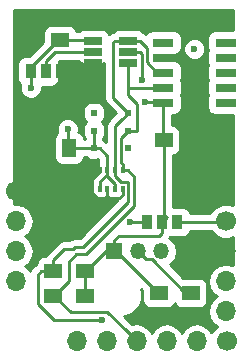
<source format=gtl>
G04 #@! TF.FileFunction,Copper,L1,Top,Signal*
%FSLAX46Y46*%
G04 Gerber Fmt 4.6, Leading zero omitted, Abs format (unit mm)*
G04 Created by KiCad (PCBNEW 4.0.2-stable) date 05.09.2017 20:59:44*
%MOMM*%
G01*
G04 APERTURE LIST*
%ADD10C,0.100000*%
%ADD11C,1.700000*%
%ADD12O,1.700000X1.700000*%
%ADD13R,1.500000X1.250000*%
%ADD14R,1.250000X1.500000*%
%ADD15R,0.970000X1.270000*%
%ADD16R,1.500000X1.300000*%
%ADD17C,0.600000*%
%ADD18R,1.800000X0.800000*%
%ADD19R,1.500000X0.700000*%
%ADD20R,0.500000X0.600000*%
%ADD21R,0.600000X0.500000*%
%ADD22R,1.350000X1.350000*%
%ADD23O,1.350000X1.350000*%
%ADD24R,0.350000X0.500000*%
%ADD25C,0.250000*%
%ADD26C,0.254000*%
G04 APERTURE END LIST*
D10*
D11*
X170878500Y-111061500D03*
D12*
X170878500Y-113601500D03*
X170878500Y-116141500D03*
X170878500Y-118681500D03*
D11*
X188658500Y-113601500D03*
D12*
X188658500Y-116141500D03*
X188658500Y-118681500D03*
X188658500Y-121221500D03*
D11*
X188722000Y-123761500D03*
D12*
X186182000Y-123761500D03*
X183642000Y-123761500D03*
X181102000Y-123761500D03*
X178562000Y-123761500D03*
X176022000Y-123761500D03*
D13*
X174605000Y-98234500D03*
X172105000Y-98234500D03*
D14*
X175387000Y-107398500D03*
X175387000Y-109898500D03*
D15*
X181991000Y-113665000D03*
X183261000Y-113665000D03*
X184531000Y-113665000D03*
X174688500Y-100901500D03*
X173418500Y-100901500D03*
X172148500Y-100901500D03*
D16*
X174037000Y-117792500D03*
X176737000Y-117792500D03*
X174037000Y-119888000D03*
X176737000Y-119888000D03*
D17*
X186000000Y-99000000D03*
D18*
X183360000Y-101000000D03*
X183360000Y-99730000D03*
X183360000Y-98460000D03*
X183360000Y-102270000D03*
X183360000Y-103540000D03*
X188640000Y-101000000D03*
X188640000Y-99730000D03*
X188640000Y-98460000D03*
X188640000Y-102270000D03*
X188640000Y-103540000D03*
D19*
X177379500Y-100200500D03*
X177379500Y-99250500D03*
X177379500Y-98300500D03*
X180379500Y-98300500D03*
X180379500Y-99250500D03*
X180379500Y-100200500D03*
D20*
X177493000Y-104418000D03*
X177493000Y-105918000D03*
X177493000Y-107418000D03*
X180393000Y-107418000D03*
X180393000Y-105918000D03*
X180393000Y-104418000D03*
D21*
X178943000Y-104368000D03*
D22*
X179197000Y-116141500D03*
D23*
X181197000Y-116141500D03*
X183197000Y-116141500D03*
X185197000Y-116141500D03*
D13*
X183408000Y-106743500D03*
X185908000Y-106743500D03*
D24*
X177968000Y-109245500D03*
X178618000Y-109245500D03*
X179268000Y-109245500D03*
X179918000Y-109245500D03*
X177968000Y-110845500D03*
X178618000Y-110845500D03*
X179268000Y-110845500D03*
X179918000Y-110845500D03*
D16*
X185693040Y-119664480D03*
X182993040Y-119664480D03*
D17*
X178181000Y-121920000D03*
X175260000Y-105791000D03*
X181800500Y-103505000D03*
X172148500Y-102298500D03*
X180530500Y-113665000D03*
X181533800Y-101638100D03*
D25*
X170878500Y-111061500D02*
X177173998Y-111061500D01*
X177173998Y-111061500D02*
X177292000Y-111179502D01*
X177745498Y-111633000D02*
X178420000Y-111633000D01*
X178420000Y-111633000D02*
X178618000Y-111435000D01*
X177292000Y-109996500D02*
X177292000Y-111179502D01*
X177292000Y-111179502D02*
X177745498Y-111633000D01*
X177968000Y-109245500D02*
X177968000Y-109320500D01*
X177968000Y-109320500D02*
X177292000Y-109996500D01*
X178816000Y-111633000D02*
X178618000Y-111435000D01*
X178618000Y-111435000D02*
X178618000Y-110845500D01*
X179630500Y-111633000D02*
X178816000Y-111633000D01*
X179918000Y-110845500D02*
X179918000Y-111345500D01*
X179918000Y-111345500D02*
X179630500Y-111633000D01*
X174688500Y-100901500D02*
X177228500Y-100901500D01*
X177379500Y-100750500D02*
X177379500Y-100200500D01*
X177228500Y-100901500D02*
X177379500Y-100750500D01*
X182003700Y-98924700D02*
X182003700Y-100143700D01*
X182003700Y-100143700D02*
X182860000Y-101000000D01*
X182860000Y-101000000D02*
X183360000Y-101000000D01*
X180379500Y-98300500D02*
X181379500Y-98300500D01*
X181379500Y-98300500D02*
X182003700Y-98924700D01*
X183860000Y-101000000D02*
X183360000Y-101000000D01*
X180379500Y-98300500D02*
X179258000Y-98300500D01*
X179133500Y-103158500D02*
X180393000Y-104418000D01*
X179133500Y-98425000D02*
X179133500Y-103158500D01*
X179258000Y-98300500D02*
X179133500Y-98425000D01*
X180393000Y-104368000D02*
X180393000Y-104418000D01*
X180418001Y-111236089D02*
X180418001Y-111935999D01*
X176593500Y-115760500D02*
X175893590Y-115760500D01*
X180418001Y-111935999D02*
X176593500Y-115760500D01*
X175708601Y-115945489D02*
X174984011Y-115945489D01*
X175893590Y-115760500D02*
X175708601Y-115945489D01*
X174037000Y-116892500D02*
X174037000Y-117792500D01*
X174984011Y-115945489D02*
X174037000Y-116892500D01*
X180418001Y-110335499D02*
X180418001Y-111236089D01*
X180353001Y-110270499D02*
X180418001Y-110335499D01*
X179792999Y-110270499D02*
X180353001Y-110270499D01*
X179268000Y-109245500D02*
X179268000Y-109745500D01*
X179268000Y-109745500D02*
X179792999Y-110270499D01*
X179268000Y-109245500D02*
X179268000Y-105543000D01*
X179268000Y-105543000D02*
X179843000Y-104968000D01*
X179843000Y-104968000D02*
X179893000Y-104968000D01*
X179893000Y-104968000D02*
X180393000Y-104468000D01*
X180393000Y-104468000D02*
X180393000Y-104418000D01*
X172720000Y-118109500D02*
X172720000Y-120556002D01*
X172720000Y-120556002D02*
X174083998Y-121920000D01*
X174083998Y-121920000D02*
X178181000Y-121920000D01*
X174037000Y-117792500D02*
X173037000Y-117792500D01*
X173037000Y-117792500D02*
X172720000Y-118109500D01*
X181381400Y-102270000D02*
X180528520Y-102270000D01*
X180528520Y-102270000D02*
X180379500Y-102419020D01*
X183360000Y-102270000D02*
X181381400Y-102270000D01*
X180379500Y-100200500D02*
X180379500Y-101282500D01*
X180379500Y-101282500D02*
X180379500Y-102419020D01*
X180379500Y-102419020D02*
X180379500Y-102909500D01*
X180379500Y-102909500D02*
X181102000Y-103632000D01*
X181102000Y-103632000D02*
X181102000Y-105092500D01*
X180911500Y-111498413D02*
X180911500Y-112331500D01*
X176847500Y-116395500D02*
X176014413Y-116395500D01*
X180911500Y-112331500D02*
X176847500Y-116395500D01*
X175387000Y-117022913D02*
X175387000Y-118638000D01*
X176014413Y-116395500D02*
X175387000Y-117022913D01*
X175387000Y-118638000D02*
X174137000Y-119888000D01*
X174137000Y-119888000D02*
X174037000Y-119888000D01*
X180911500Y-109814000D02*
X180911500Y-111498413D01*
X179918000Y-109245500D02*
X180343000Y-109245500D01*
X180343000Y-109245500D02*
X180911500Y-109814000D01*
X179918000Y-109245500D02*
X179918000Y-108745500D01*
X179918000Y-108745500D02*
X179817999Y-108645499D01*
X179817999Y-108645499D02*
X179817999Y-106543001D01*
X179817999Y-106543001D02*
X180393000Y-105968000D01*
X180393000Y-105968000D02*
X180393000Y-105918000D01*
X181102000Y-105918000D02*
X181102000Y-105092500D01*
X180393000Y-105918000D02*
X180893000Y-105918000D01*
X180893000Y-105918000D02*
X181102000Y-105918000D01*
X181102000Y-105092500D02*
X181102000Y-105209000D01*
X180252001Y-122911501D02*
X181102000Y-123761500D01*
X178635498Y-121294998D02*
X180252001Y-122911501D01*
X175543998Y-121294998D02*
X178635498Y-121294998D01*
X174137000Y-119888000D02*
X175543998Y-121294998D01*
X185693040Y-119664480D02*
X185239978Y-119664480D01*
X185239978Y-119664480D02*
X182391997Y-116816499D01*
X182391997Y-116816499D02*
X181871999Y-116816499D01*
X181871999Y-116816499D02*
X181197000Y-116141500D01*
X184531000Y-113665000D02*
X188595000Y-113665000D01*
X188595000Y-113665000D02*
X188658500Y-113601500D01*
X182993040Y-119664480D02*
X182893040Y-119664480D01*
X182893040Y-119664480D02*
X179370060Y-116141500D01*
X179370060Y-116141500D02*
X179197000Y-116141500D01*
X175387000Y-107398500D02*
X177473500Y-107398500D01*
X177473500Y-107398500D02*
X177493000Y-107418000D01*
X175260000Y-105791000D02*
X175260000Y-107271500D01*
X175260000Y-107271500D02*
X175387000Y-107398500D01*
X177473500Y-107398500D02*
X177493000Y-107418000D01*
X177968000Y-110845500D02*
X177968000Y-110255502D01*
X177968000Y-110255502D02*
X178618000Y-109605502D01*
X178618000Y-109605502D02*
X178618000Y-109245500D01*
X178618000Y-109245500D02*
X178618000Y-109745500D01*
X178618000Y-109745500D02*
X179268000Y-110395500D01*
X179268000Y-110395500D02*
X179268000Y-110845500D01*
X177493000Y-107418000D02*
X177993000Y-107418000D01*
X177993000Y-107418000D02*
X178618000Y-108043000D01*
X178618000Y-108043000D02*
X178618000Y-108745500D01*
X178618000Y-108745500D02*
X178618000Y-109245500D01*
X183408000Y-106743500D02*
X183408000Y-113518000D01*
X183408000Y-113518000D02*
X183261000Y-113665000D01*
X183360000Y-103540000D02*
X183360000Y-106695500D01*
X183360000Y-106695500D02*
X183408000Y-106743500D01*
X183662000Y-113264000D02*
X183261000Y-113665000D01*
X183360000Y-106441500D02*
X183662000Y-106743500D01*
X181800500Y-103505000D02*
X183325000Y-103505000D01*
X183325000Y-103505000D02*
X183360000Y-103540000D01*
X183261000Y-103639000D02*
X183360000Y-103540000D01*
X179605500Y-114808000D02*
X183003000Y-114808000D01*
X183003000Y-114808000D02*
X183261000Y-114550000D01*
X183261000Y-114550000D02*
X183261000Y-113665000D01*
X179197000Y-116141500D02*
X179197000Y-115216500D01*
X179197000Y-115216500D02*
X179605500Y-114808000D01*
X176737000Y-117792500D02*
X176837000Y-117792500D01*
X176837000Y-117792500D02*
X178488000Y-116141500D01*
X178488000Y-116141500D02*
X179197000Y-116141500D01*
X176737000Y-119888000D02*
X176737000Y-117792500D01*
X182860000Y-103540000D02*
X183360000Y-103540000D01*
X172148500Y-102298500D02*
X172148500Y-100901500D01*
X183860000Y-103540000D02*
X183360000Y-103540000D01*
X183360000Y-113566000D02*
X183261000Y-113665000D01*
X172148500Y-100901500D02*
X172148500Y-100566000D01*
X172148500Y-100566000D02*
X174480000Y-98234500D01*
X174480000Y-98234500D02*
X174605000Y-98234500D01*
X174605000Y-98234500D02*
X177313500Y-98234500D01*
X177313500Y-98234500D02*
X177379500Y-98300500D01*
X177493000Y-107418000D02*
X177493000Y-105918000D01*
X177493000Y-107468000D02*
X177493000Y-107418000D01*
X181991000Y-113665000D02*
X180530500Y-113665000D01*
X173418500Y-100901500D02*
X173418500Y-100016500D01*
X173418500Y-100016500D02*
X174184500Y-99250500D01*
X174184500Y-99250500D02*
X176579500Y-99250500D01*
X176579500Y-99250500D02*
X177379500Y-99250500D01*
X180379500Y-99250500D02*
X181379500Y-99250500D01*
X181379500Y-99250500D02*
X181533800Y-99404800D01*
X181533800Y-99404800D02*
X181533800Y-101638100D01*
D26*
G36*
X187398844Y-114441586D02*
X187816217Y-114859688D01*
X188361819Y-115086242D01*
X188952589Y-115086757D01*
X189290000Y-114947342D01*
X189290000Y-117332339D01*
X189255878Y-117309539D01*
X188687593Y-117196500D01*
X188629407Y-117196500D01*
X188061122Y-117309539D01*
X187579353Y-117631446D01*
X187257446Y-118113215D01*
X187144407Y-118681500D01*
X187257446Y-119249785D01*
X187579353Y-119731554D01*
X187908526Y-119951500D01*
X187579353Y-120171446D01*
X187257446Y-120653215D01*
X187144407Y-121221500D01*
X187257446Y-121789785D01*
X187579353Y-122271554D01*
X187907923Y-122491097D01*
X187881914Y-122501844D01*
X187463812Y-122919217D01*
X187435645Y-122987050D01*
X187232054Y-122682353D01*
X186750285Y-122360446D01*
X186182000Y-122247407D01*
X185613715Y-122360446D01*
X185131946Y-122682353D01*
X184912000Y-123011526D01*
X184692054Y-122682353D01*
X184210285Y-122360446D01*
X183642000Y-122247407D01*
X183073715Y-122360446D01*
X182591946Y-122682353D01*
X182372000Y-123011526D01*
X182152054Y-122682353D01*
X181670285Y-122360446D01*
X181102000Y-122247407D01*
X180735592Y-122320290D01*
X180038483Y-121623181D01*
X180175599Y-121623301D01*
X180813515Y-121359719D01*
X181302004Y-120872082D01*
X181566699Y-120234627D01*
X181567301Y-119544401D01*
X181475159Y-119321401D01*
X181595600Y-119441842D01*
X181595600Y-120314480D01*
X181639878Y-120549797D01*
X181778950Y-120765921D01*
X181991150Y-120910911D01*
X182243040Y-120961920D01*
X183743040Y-120961920D01*
X183978357Y-120917642D01*
X184194481Y-120778570D01*
X184339471Y-120566370D01*
X184342121Y-120553283D01*
X184478950Y-120765921D01*
X184691150Y-120910911D01*
X184943040Y-120961920D01*
X186443040Y-120961920D01*
X186678357Y-120917642D01*
X186894481Y-120778570D01*
X187039471Y-120566370D01*
X187090480Y-120314480D01*
X187090480Y-119014480D01*
X187046202Y-118779163D01*
X186907130Y-118563039D01*
X186694930Y-118418049D01*
X186443040Y-118367040D01*
X185017340Y-118367040D01*
X183895795Y-117245495D01*
X184123310Y-117093474D01*
X184407282Y-116668479D01*
X184507000Y-116167164D01*
X184507000Y-116115836D01*
X184407282Y-115614521D01*
X184123310Y-115189526D01*
X183851511Y-115007916D01*
X183910283Y-114919957D01*
X184046000Y-114947440D01*
X185016000Y-114947440D01*
X185251317Y-114903162D01*
X185467441Y-114764090D01*
X185612431Y-114551890D01*
X185638127Y-114425000D01*
X187391991Y-114425000D01*
X187398844Y-114441586D01*
X187398844Y-114441586D01*
G37*
X187398844Y-114441586D02*
X187816217Y-114859688D01*
X188361819Y-115086242D01*
X188952589Y-115086757D01*
X189290000Y-114947342D01*
X189290000Y-117332339D01*
X189255878Y-117309539D01*
X188687593Y-117196500D01*
X188629407Y-117196500D01*
X188061122Y-117309539D01*
X187579353Y-117631446D01*
X187257446Y-118113215D01*
X187144407Y-118681500D01*
X187257446Y-119249785D01*
X187579353Y-119731554D01*
X187908526Y-119951500D01*
X187579353Y-120171446D01*
X187257446Y-120653215D01*
X187144407Y-121221500D01*
X187257446Y-121789785D01*
X187579353Y-122271554D01*
X187907923Y-122491097D01*
X187881914Y-122501844D01*
X187463812Y-122919217D01*
X187435645Y-122987050D01*
X187232054Y-122682353D01*
X186750285Y-122360446D01*
X186182000Y-122247407D01*
X185613715Y-122360446D01*
X185131946Y-122682353D01*
X184912000Y-123011526D01*
X184692054Y-122682353D01*
X184210285Y-122360446D01*
X183642000Y-122247407D01*
X183073715Y-122360446D01*
X182591946Y-122682353D01*
X182372000Y-123011526D01*
X182152054Y-122682353D01*
X181670285Y-122360446D01*
X181102000Y-122247407D01*
X180735592Y-122320290D01*
X180038483Y-121623181D01*
X180175599Y-121623301D01*
X180813515Y-121359719D01*
X181302004Y-120872082D01*
X181566699Y-120234627D01*
X181567301Y-119544401D01*
X181475159Y-119321401D01*
X181595600Y-119441842D01*
X181595600Y-120314480D01*
X181639878Y-120549797D01*
X181778950Y-120765921D01*
X181991150Y-120910911D01*
X182243040Y-120961920D01*
X183743040Y-120961920D01*
X183978357Y-120917642D01*
X184194481Y-120778570D01*
X184339471Y-120566370D01*
X184342121Y-120553283D01*
X184478950Y-120765921D01*
X184691150Y-120910911D01*
X184943040Y-120961920D01*
X186443040Y-120961920D01*
X186678357Y-120917642D01*
X186894481Y-120778570D01*
X187039471Y-120566370D01*
X187090480Y-120314480D01*
X187090480Y-119014480D01*
X187046202Y-118779163D01*
X186907130Y-118563039D01*
X186694930Y-118418049D01*
X186443040Y-118367040D01*
X185017340Y-118367040D01*
X183895795Y-117245495D01*
X184123310Y-117093474D01*
X184407282Y-116668479D01*
X184507000Y-116167164D01*
X184507000Y-116115836D01*
X184407282Y-115614521D01*
X184123310Y-115189526D01*
X183851511Y-115007916D01*
X183910283Y-114919957D01*
X184046000Y-114947440D01*
X185016000Y-114947440D01*
X185251317Y-114903162D01*
X185467441Y-114764090D01*
X185612431Y-114551890D01*
X185638127Y-114425000D01*
X187391991Y-114425000D01*
X187398844Y-114441586D01*
G36*
X189290000Y-97412560D02*
X187740000Y-97412560D01*
X187504683Y-97456838D01*
X187288559Y-97595910D01*
X187143569Y-97808110D01*
X187092560Y-98060000D01*
X187092560Y-98860000D01*
X187136838Y-99095317D01*
X187139307Y-99099155D01*
X187092560Y-99330000D01*
X187092560Y-100130000D01*
X187136838Y-100365317D01*
X187139307Y-100369155D01*
X187092560Y-100600000D01*
X187092560Y-101400000D01*
X187136838Y-101635317D01*
X187139307Y-101639155D01*
X187092560Y-101870000D01*
X187092560Y-102670000D01*
X187136838Y-102905317D01*
X187139307Y-102909155D01*
X187092560Y-103140000D01*
X187092560Y-103940000D01*
X187136838Y-104175317D01*
X187275910Y-104391441D01*
X187488110Y-104536431D01*
X187740000Y-104587440D01*
X189290000Y-104587440D01*
X189290000Y-112255787D01*
X188955181Y-112116758D01*
X188364411Y-112116243D01*
X187818414Y-112341844D01*
X187400312Y-112759217D01*
X187339778Y-112905000D01*
X185639920Y-112905000D01*
X185619162Y-112794683D01*
X185480090Y-112578559D01*
X185267890Y-112433569D01*
X185016000Y-112382560D01*
X184168000Y-112382560D01*
X184168000Y-108014058D01*
X184393317Y-107971662D01*
X184609441Y-107832590D01*
X184754431Y-107620390D01*
X184805440Y-107368500D01*
X184805440Y-106118500D01*
X184761162Y-105883183D01*
X184622090Y-105667059D01*
X184409890Y-105522069D01*
X184158000Y-105471060D01*
X184120000Y-105471060D01*
X184120000Y-104587440D01*
X184260000Y-104587440D01*
X184495317Y-104543162D01*
X184711441Y-104404090D01*
X184856431Y-104191890D01*
X184907440Y-103940000D01*
X184907440Y-103140000D01*
X184863162Y-102904683D01*
X184860693Y-102900845D01*
X184907440Y-102670000D01*
X184907440Y-101870000D01*
X184863162Y-101634683D01*
X184860693Y-101630845D01*
X184907440Y-101400000D01*
X184907440Y-100600000D01*
X184863162Y-100364683D01*
X184724090Y-100148559D01*
X184511890Y-100003569D01*
X184260000Y-99952560D01*
X182887362Y-99952560D01*
X182763700Y-99828898D01*
X182763700Y-99507440D01*
X184260000Y-99507440D01*
X184495317Y-99463162D01*
X184711441Y-99324090D01*
X184806362Y-99185167D01*
X185064838Y-99185167D01*
X185206883Y-99528943D01*
X185469673Y-99792192D01*
X185813201Y-99934838D01*
X186185167Y-99935162D01*
X186528943Y-99793117D01*
X186792192Y-99530327D01*
X186934838Y-99186799D01*
X186935162Y-98814833D01*
X186793117Y-98471057D01*
X186530327Y-98207808D01*
X186186799Y-98065162D01*
X185814833Y-98064838D01*
X185471057Y-98206883D01*
X185207808Y-98469673D01*
X185065162Y-98813201D01*
X185064838Y-99185167D01*
X184806362Y-99185167D01*
X184856431Y-99111890D01*
X184907440Y-98860000D01*
X184907440Y-98060000D01*
X184863162Y-97824683D01*
X184724090Y-97608559D01*
X184511890Y-97463569D01*
X184260000Y-97412560D01*
X182460000Y-97412560D01*
X182224683Y-97456838D01*
X182008559Y-97595910D01*
X181901400Y-97752742D01*
X181670339Y-97598352D01*
X181655596Y-97595419D01*
X181593590Y-97499059D01*
X181381390Y-97354069D01*
X181129500Y-97303060D01*
X179629500Y-97303060D01*
X179394183Y-97347338D01*
X179178059Y-97486410D01*
X179122714Y-97567410D01*
X178967161Y-97598352D01*
X178739324Y-97750588D01*
X178732662Y-97715183D01*
X178593590Y-97499059D01*
X178381390Y-97354069D01*
X178129500Y-97303060D01*
X176629500Y-97303060D01*
X176394183Y-97347338D01*
X176196568Y-97474500D01*
X175977038Y-97474500D01*
X175958162Y-97374183D01*
X175819090Y-97158059D01*
X175606890Y-97013069D01*
X175355000Y-96962060D01*
X173855000Y-96962060D01*
X173619683Y-97006338D01*
X173403559Y-97145410D01*
X173258569Y-97357610D01*
X173207560Y-97609500D01*
X173207560Y-98432138D01*
X172020638Y-99619060D01*
X171663500Y-99619060D01*
X171428183Y-99663338D01*
X171212059Y-99802410D01*
X171067069Y-100014610D01*
X171016060Y-100266500D01*
X171016060Y-101536500D01*
X171060338Y-101771817D01*
X171199410Y-101987941D01*
X171250544Y-102022879D01*
X171213662Y-102111701D01*
X171213338Y-102483667D01*
X171355383Y-102827443D01*
X171618173Y-103090692D01*
X171961701Y-103233338D01*
X172333667Y-103233662D01*
X172677443Y-103091617D01*
X172940692Y-102828827D01*
X173083338Y-102485299D01*
X173083600Y-102183940D01*
X173903500Y-102183940D01*
X174138817Y-102139662D01*
X174354941Y-102000590D01*
X174499931Y-101788390D01*
X174550940Y-101536500D01*
X174550940Y-100266500D01*
X174506662Y-100031183D01*
X174495682Y-100014120D01*
X174499302Y-100010500D01*
X176138743Y-100010500D01*
X176165410Y-100051941D01*
X176377610Y-100196931D01*
X176629500Y-100247940D01*
X178129500Y-100247940D01*
X178364817Y-100203662D01*
X178373500Y-100198075D01*
X178373500Y-103158500D01*
X178431352Y-103449339D01*
X178596099Y-103695901D01*
X179320704Y-104420506D01*
X179305599Y-104430599D01*
X178730599Y-105005599D01*
X178565852Y-105252161D01*
X178508000Y-105543000D01*
X178508000Y-106865631D01*
X178283839Y-106715852D01*
X178253000Y-106709718D01*
X178253000Y-106596386D01*
X178339431Y-106469890D01*
X178390440Y-106218000D01*
X178390440Y-105618000D01*
X178346162Y-105382683D01*
X178207090Y-105166559D01*
X178205701Y-105165610D01*
X178339431Y-104969890D01*
X178390440Y-104718000D01*
X178390440Y-104118000D01*
X178346162Y-103882683D01*
X178207090Y-103666559D01*
X177994890Y-103521569D01*
X177743000Y-103470560D01*
X177243000Y-103470560D01*
X177007683Y-103514838D01*
X176791559Y-103653910D01*
X176646569Y-103866110D01*
X176595560Y-104118000D01*
X176595560Y-104718000D01*
X176639838Y-104953317D01*
X176778910Y-105169441D01*
X176780299Y-105170390D01*
X176646569Y-105366110D01*
X176595560Y-105618000D01*
X176595560Y-106218000D01*
X176639838Y-106453317D01*
X176733000Y-106598095D01*
X176733000Y-106638500D01*
X176657558Y-106638500D01*
X176615162Y-106413183D01*
X176476090Y-106197059D01*
X176263890Y-106052069D01*
X176171746Y-106033409D01*
X176194838Y-105977799D01*
X176195162Y-105605833D01*
X176053117Y-105262057D01*
X175790327Y-104998808D01*
X175446799Y-104856162D01*
X175074833Y-104855838D01*
X174731057Y-104997883D01*
X174467808Y-105260673D01*
X174325162Y-105604201D01*
X174324838Y-105976167D01*
X174389811Y-106133413D01*
X174310559Y-106184410D01*
X174165569Y-106396610D01*
X174114560Y-106648500D01*
X174114560Y-108148500D01*
X174158838Y-108383817D01*
X174297910Y-108599941D01*
X174510110Y-108744931D01*
X174762000Y-108795940D01*
X176012000Y-108795940D01*
X176247317Y-108751662D01*
X176463441Y-108612590D01*
X176608431Y-108400390D01*
X176657415Y-108158500D01*
X176771870Y-108158500D01*
X176778910Y-108169441D01*
X176991110Y-108314431D01*
X177243000Y-108365440D01*
X177743000Y-108365440D01*
X177846216Y-108346018D01*
X177858000Y-108357802D01*
X177858000Y-108726880D01*
X177846569Y-108743610D01*
X177795560Y-108995500D01*
X177795560Y-109353140D01*
X177430599Y-109718101D01*
X177265852Y-109964663D01*
X177208000Y-110255502D01*
X177208000Y-110326880D01*
X177196569Y-110343610D01*
X177145560Y-110595500D01*
X177145560Y-111095500D01*
X177189838Y-111330817D01*
X177328910Y-111546941D01*
X177541110Y-111691931D01*
X177793000Y-111742940D01*
X178143000Y-111742940D01*
X178378317Y-111698662D01*
X178594441Y-111559590D01*
X178616384Y-111527475D01*
X178628910Y-111546941D01*
X178841110Y-111691931D01*
X179093000Y-111742940D01*
X179443000Y-111742940D01*
X179557873Y-111721325D01*
X176278698Y-115000500D01*
X175893590Y-115000500D01*
X175602751Y-115058352D01*
X175412477Y-115185489D01*
X174984011Y-115185489D01*
X174693172Y-115243341D01*
X174446610Y-115408088D01*
X173499599Y-116355099D01*
X173406080Y-116495060D01*
X173287000Y-116495060D01*
X173051683Y-116539338D01*
X172835559Y-116678410D01*
X172690569Y-116890610D01*
X172639560Y-117142500D01*
X172639560Y-117161580D01*
X172499599Y-117255099D01*
X172182599Y-117572099D01*
X172050296Y-117770105D01*
X171957647Y-117631446D01*
X171628474Y-117411500D01*
X171957647Y-117191554D01*
X172279554Y-116709785D01*
X172392593Y-116141500D01*
X172279554Y-115573215D01*
X171957647Y-115091446D01*
X171628474Y-114871500D01*
X171957647Y-114651554D01*
X172279554Y-114169785D01*
X172392593Y-113601500D01*
X172279554Y-113033215D01*
X171957647Y-112551446D01*
X171475878Y-112229539D01*
X170907593Y-112116500D01*
X170849407Y-112116500D01*
X170710000Y-112144230D01*
X170710000Y-95710000D01*
X189290000Y-95710000D01*
X189290000Y-97412560D01*
X189290000Y-97412560D01*
G37*
X189290000Y-97412560D02*
X187740000Y-97412560D01*
X187504683Y-97456838D01*
X187288559Y-97595910D01*
X187143569Y-97808110D01*
X187092560Y-98060000D01*
X187092560Y-98860000D01*
X187136838Y-99095317D01*
X187139307Y-99099155D01*
X187092560Y-99330000D01*
X187092560Y-100130000D01*
X187136838Y-100365317D01*
X187139307Y-100369155D01*
X187092560Y-100600000D01*
X187092560Y-101400000D01*
X187136838Y-101635317D01*
X187139307Y-101639155D01*
X187092560Y-101870000D01*
X187092560Y-102670000D01*
X187136838Y-102905317D01*
X187139307Y-102909155D01*
X187092560Y-103140000D01*
X187092560Y-103940000D01*
X187136838Y-104175317D01*
X187275910Y-104391441D01*
X187488110Y-104536431D01*
X187740000Y-104587440D01*
X189290000Y-104587440D01*
X189290000Y-112255787D01*
X188955181Y-112116758D01*
X188364411Y-112116243D01*
X187818414Y-112341844D01*
X187400312Y-112759217D01*
X187339778Y-112905000D01*
X185639920Y-112905000D01*
X185619162Y-112794683D01*
X185480090Y-112578559D01*
X185267890Y-112433569D01*
X185016000Y-112382560D01*
X184168000Y-112382560D01*
X184168000Y-108014058D01*
X184393317Y-107971662D01*
X184609441Y-107832590D01*
X184754431Y-107620390D01*
X184805440Y-107368500D01*
X184805440Y-106118500D01*
X184761162Y-105883183D01*
X184622090Y-105667059D01*
X184409890Y-105522069D01*
X184158000Y-105471060D01*
X184120000Y-105471060D01*
X184120000Y-104587440D01*
X184260000Y-104587440D01*
X184495317Y-104543162D01*
X184711441Y-104404090D01*
X184856431Y-104191890D01*
X184907440Y-103940000D01*
X184907440Y-103140000D01*
X184863162Y-102904683D01*
X184860693Y-102900845D01*
X184907440Y-102670000D01*
X184907440Y-101870000D01*
X184863162Y-101634683D01*
X184860693Y-101630845D01*
X184907440Y-101400000D01*
X184907440Y-100600000D01*
X184863162Y-100364683D01*
X184724090Y-100148559D01*
X184511890Y-100003569D01*
X184260000Y-99952560D01*
X182887362Y-99952560D01*
X182763700Y-99828898D01*
X182763700Y-99507440D01*
X184260000Y-99507440D01*
X184495317Y-99463162D01*
X184711441Y-99324090D01*
X184806362Y-99185167D01*
X185064838Y-99185167D01*
X185206883Y-99528943D01*
X185469673Y-99792192D01*
X185813201Y-99934838D01*
X186185167Y-99935162D01*
X186528943Y-99793117D01*
X186792192Y-99530327D01*
X186934838Y-99186799D01*
X186935162Y-98814833D01*
X186793117Y-98471057D01*
X186530327Y-98207808D01*
X186186799Y-98065162D01*
X185814833Y-98064838D01*
X185471057Y-98206883D01*
X185207808Y-98469673D01*
X185065162Y-98813201D01*
X185064838Y-99185167D01*
X184806362Y-99185167D01*
X184856431Y-99111890D01*
X184907440Y-98860000D01*
X184907440Y-98060000D01*
X184863162Y-97824683D01*
X184724090Y-97608559D01*
X184511890Y-97463569D01*
X184260000Y-97412560D01*
X182460000Y-97412560D01*
X182224683Y-97456838D01*
X182008559Y-97595910D01*
X181901400Y-97752742D01*
X181670339Y-97598352D01*
X181655596Y-97595419D01*
X181593590Y-97499059D01*
X181381390Y-97354069D01*
X181129500Y-97303060D01*
X179629500Y-97303060D01*
X179394183Y-97347338D01*
X179178059Y-97486410D01*
X179122714Y-97567410D01*
X178967161Y-97598352D01*
X178739324Y-97750588D01*
X178732662Y-97715183D01*
X178593590Y-97499059D01*
X178381390Y-97354069D01*
X178129500Y-97303060D01*
X176629500Y-97303060D01*
X176394183Y-97347338D01*
X176196568Y-97474500D01*
X175977038Y-97474500D01*
X175958162Y-97374183D01*
X175819090Y-97158059D01*
X175606890Y-97013069D01*
X175355000Y-96962060D01*
X173855000Y-96962060D01*
X173619683Y-97006338D01*
X173403559Y-97145410D01*
X173258569Y-97357610D01*
X173207560Y-97609500D01*
X173207560Y-98432138D01*
X172020638Y-99619060D01*
X171663500Y-99619060D01*
X171428183Y-99663338D01*
X171212059Y-99802410D01*
X171067069Y-100014610D01*
X171016060Y-100266500D01*
X171016060Y-101536500D01*
X171060338Y-101771817D01*
X171199410Y-101987941D01*
X171250544Y-102022879D01*
X171213662Y-102111701D01*
X171213338Y-102483667D01*
X171355383Y-102827443D01*
X171618173Y-103090692D01*
X171961701Y-103233338D01*
X172333667Y-103233662D01*
X172677443Y-103091617D01*
X172940692Y-102828827D01*
X173083338Y-102485299D01*
X173083600Y-102183940D01*
X173903500Y-102183940D01*
X174138817Y-102139662D01*
X174354941Y-102000590D01*
X174499931Y-101788390D01*
X174550940Y-101536500D01*
X174550940Y-100266500D01*
X174506662Y-100031183D01*
X174495682Y-100014120D01*
X174499302Y-100010500D01*
X176138743Y-100010500D01*
X176165410Y-100051941D01*
X176377610Y-100196931D01*
X176629500Y-100247940D01*
X178129500Y-100247940D01*
X178364817Y-100203662D01*
X178373500Y-100198075D01*
X178373500Y-103158500D01*
X178431352Y-103449339D01*
X178596099Y-103695901D01*
X179320704Y-104420506D01*
X179305599Y-104430599D01*
X178730599Y-105005599D01*
X178565852Y-105252161D01*
X178508000Y-105543000D01*
X178508000Y-106865631D01*
X178283839Y-106715852D01*
X178253000Y-106709718D01*
X178253000Y-106596386D01*
X178339431Y-106469890D01*
X178390440Y-106218000D01*
X178390440Y-105618000D01*
X178346162Y-105382683D01*
X178207090Y-105166559D01*
X178205701Y-105165610D01*
X178339431Y-104969890D01*
X178390440Y-104718000D01*
X178390440Y-104118000D01*
X178346162Y-103882683D01*
X178207090Y-103666559D01*
X177994890Y-103521569D01*
X177743000Y-103470560D01*
X177243000Y-103470560D01*
X177007683Y-103514838D01*
X176791559Y-103653910D01*
X176646569Y-103866110D01*
X176595560Y-104118000D01*
X176595560Y-104718000D01*
X176639838Y-104953317D01*
X176778910Y-105169441D01*
X176780299Y-105170390D01*
X176646569Y-105366110D01*
X176595560Y-105618000D01*
X176595560Y-106218000D01*
X176639838Y-106453317D01*
X176733000Y-106598095D01*
X176733000Y-106638500D01*
X176657558Y-106638500D01*
X176615162Y-106413183D01*
X176476090Y-106197059D01*
X176263890Y-106052069D01*
X176171746Y-106033409D01*
X176194838Y-105977799D01*
X176195162Y-105605833D01*
X176053117Y-105262057D01*
X175790327Y-104998808D01*
X175446799Y-104856162D01*
X175074833Y-104855838D01*
X174731057Y-104997883D01*
X174467808Y-105260673D01*
X174325162Y-105604201D01*
X174324838Y-105976167D01*
X174389811Y-106133413D01*
X174310559Y-106184410D01*
X174165569Y-106396610D01*
X174114560Y-106648500D01*
X174114560Y-108148500D01*
X174158838Y-108383817D01*
X174297910Y-108599941D01*
X174510110Y-108744931D01*
X174762000Y-108795940D01*
X176012000Y-108795940D01*
X176247317Y-108751662D01*
X176463441Y-108612590D01*
X176608431Y-108400390D01*
X176657415Y-108158500D01*
X176771870Y-108158500D01*
X176778910Y-108169441D01*
X176991110Y-108314431D01*
X177243000Y-108365440D01*
X177743000Y-108365440D01*
X177846216Y-108346018D01*
X177858000Y-108357802D01*
X177858000Y-108726880D01*
X177846569Y-108743610D01*
X177795560Y-108995500D01*
X177795560Y-109353140D01*
X177430599Y-109718101D01*
X177265852Y-109964663D01*
X177208000Y-110255502D01*
X177208000Y-110326880D01*
X177196569Y-110343610D01*
X177145560Y-110595500D01*
X177145560Y-111095500D01*
X177189838Y-111330817D01*
X177328910Y-111546941D01*
X177541110Y-111691931D01*
X177793000Y-111742940D01*
X178143000Y-111742940D01*
X178378317Y-111698662D01*
X178594441Y-111559590D01*
X178616384Y-111527475D01*
X178628910Y-111546941D01*
X178841110Y-111691931D01*
X179093000Y-111742940D01*
X179443000Y-111742940D01*
X179557873Y-111721325D01*
X176278698Y-115000500D01*
X175893590Y-115000500D01*
X175602751Y-115058352D01*
X175412477Y-115185489D01*
X174984011Y-115185489D01*
X174693172Y-115243341D01*
X174446610Y-115408088D01*
X173499599Y-116355099D01*
X173406080Y-116495060D01*
X173287000Y-116495060D01*
X173051683Y-116539338D01*
X172835559Y-116678410D01*
X172690569Y-116890610D01*
X172639560Y-117142500D01*
X172639560Y-117161580D01*
X172499599Y-117255099D01*
X172182599Y-117572099D01*
X172050296Y-117770105D01*
X171957647Y-117631446D01*
X171628474Y-117411500D01*
X171957647Y-117191554D01*
X172279554Y-116709785D01*
X172392593Y-116141500D01*
X172279554Y-115573215D01*
X171957647Y-115091446D01*
X171628474Y-114871500D01*
X171957647Y-114651554D01*
X172279554Y-114169785D01*
X172392593Y-113601500D01*
X172279554Y-113033215D01*
X171957647Y-112551446D01*
X171475878Y-112229539D01*
X170907593Y-112116500D01*
X170849407Y-112116500D01*
X170710000Y-112144230D01*
X170710000Y-95710000D01*
X189290000Y-95710000D01*
X189290000Y-97412560D01*
M02*

</source>
